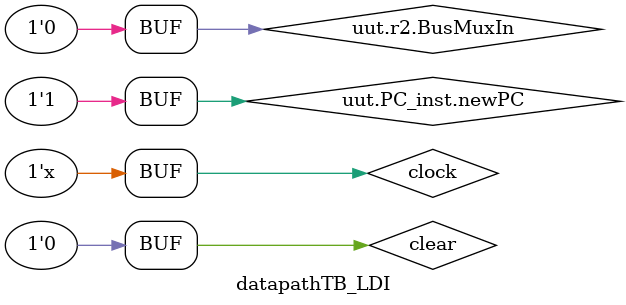
<source format=v>

`timescale 1ns/1ps

module datapathTB_LDI;

    reg clock;
    reg clear;
    reg PCout, Zhighout, Zlowout, MDRout; 
    reg MARin, PCin, MDRin, IRin, Yin, Zin;
    reg IncPC, Read, Write;
    reg Gra, Grb, Grc, BAout;
    reg [4:0] opcode;
    reg HIin, LOin, ZHighIn, ZLowIn;
    reg [8:0] Address;    
    reg [31:0] Mdatain;     
	reg Rout, Rin;
	reg Cout, HIout, LOout, Yout, InPortout;
	reg CONin;
	reg [31:0] external_input;
	reg OutPortin;

    wire R0out, R1out, R2out, R3out, R4out, R5out, R6out, R7out;
    wire R8out, R9out, R10out, R11out, R12out, R13out, R14out, R15out;
	wire CON_out;
	wire [31:0] external_output;
	 
	parameter Default = 4'b0000, T0 = 4'b0001, T1 = 4'b0010, T2 = 4'b0011, T3 = 4'b0100, T4 = 4'b0101, T5 = 4'b0110;
    
	reg [3:0] Present_state = Default;
	 
    DataPath uut (
        .clock(clock), .clear(clear), .PCout(PCout), .Zhighout(Zhighout), .Zlowout(Zlowout), 
        .MDRout(MDRout), .MARin(MARin), .Rin(Rin), .PCin(PCin), .MDRin(MDRin), .IRin(IRin), 
        .Yin(Yin), .IncPC(IncPC), .Read(Read), .Write(Write), .Gra(Gra), .Grb(Grb), .Grc(Grc),
        .opcode(opcode), .HIin(HIin), .LOin(LOin), .ZHighIn(ZHighIn), .ZLowIn(ZLowIn), 
        .Address(Address), .Mdatain(Mdatain), .BAout(BAout), .R0out(R0out), .R1out(R1out), 
        .R2out(R2out), .R3out(R3out), .R4out(R4out), .R5out(R5out), .R6out(R6out), .R7out(R7out),
        .R8out(R8out), .R9out(R9out), .R10out(R10out), .R11out(R11out), .R12out(R12out), 
        .R13out(R13out), .R14out(R14out), .R15out(R15out), .HIout(HIout), .LOout(LOout),
        .Yout(Yout), .InPortout(InPortout), .Cout(Cout), .Rout(Rout), .CONin(CONin),
		.InPortData(external_input), .OutPortData(external_output), .OutPortin(OutPortin)        
    );

    
   initial begin
        clock = 0;
	    clear = 0;
		//case 1 
	    //uut.PC_inst.newPC = 32'h02;
		//case2
		uut.PC_inst.newPC = 32'h03;
		uut.r2.BusMuxIn = 32'h78;
   end
	 
	always 
		#10  clock <= ~clock;
		
	always @(posedge clock) begin
    case (Present_state)
        Default: Present_state <= T0;
        T0:      Present_state <= T1;
        T1:      Present_state <= T2;
        T2:      Present_state <= T3;
        T3:      Present_state <= T4;
        T4:      Present_state <= T5;
        T5:      Present_state <= Default; 
		endcase
	end 
	
	always @(Present_state) begin
			case (Present_state)
				Default: begin
                PCout <= 0;         Zhighout <= 0;      Zlowout <= 0;      MDRout <= 0;
                MARin <= 0;         PCin <= 0;          MDRin <= 0;        IRin <= 0;          
                Yin <= 0;           IncPC <= 0;         Read <= 0;         Write <= 0;
                Gra <= 0;           Grb <= 0;           Grc <= 0;          opcode <= 0;
                HIin <= 0;          LOin <= 0;          ZHighIn <= 0;      ZLowIn <= 0; 
                Address <= 9'h0;    Mdatain <= 32'h0;   Cout <= 0;         CONin <= 0;
            end
				
			T0: begin 
                MARin <= 1;			IncPC <= 1;			PCout <= 1;			ZLowIn <= 1; 
 
            end

			T1: begin 
				MARin <= 0;			IncPC <= 0; 		PCout <= 0;			ZLowIn <= 0;  
				Zlowout <= 1;		PCin <= 1; 			Read <= 1; 			MDRin <= 1;
            end

			T2: begin 
				Zlowout <= 0;		PCin <= 0; 			Read <= 0; 			MDRin <= 0;
                MDRout <= 1;        IRin <= 1; 
            end

			  T3: begin 
			  	MDRout <= 0;     	IRin <= 0;
                Grb <= 1;           BAout <= 1;      	Yin <= 1;						
            end

			  T4: begin 
			    Grb <= 0;         	BAout <= 0;       		Yin <= 0;
                Cout <= 1;          opcode <= 5'b00011;   	ZLowIn <= 1;
            end

			  T5: begin 
			  	Cout <= 0;          ZLowIn <= 0;
                Zlowout <= 1;       Gra <= 1;			    Rin <= 1; 
            end

		endcase
	end

endmodule

</source>
